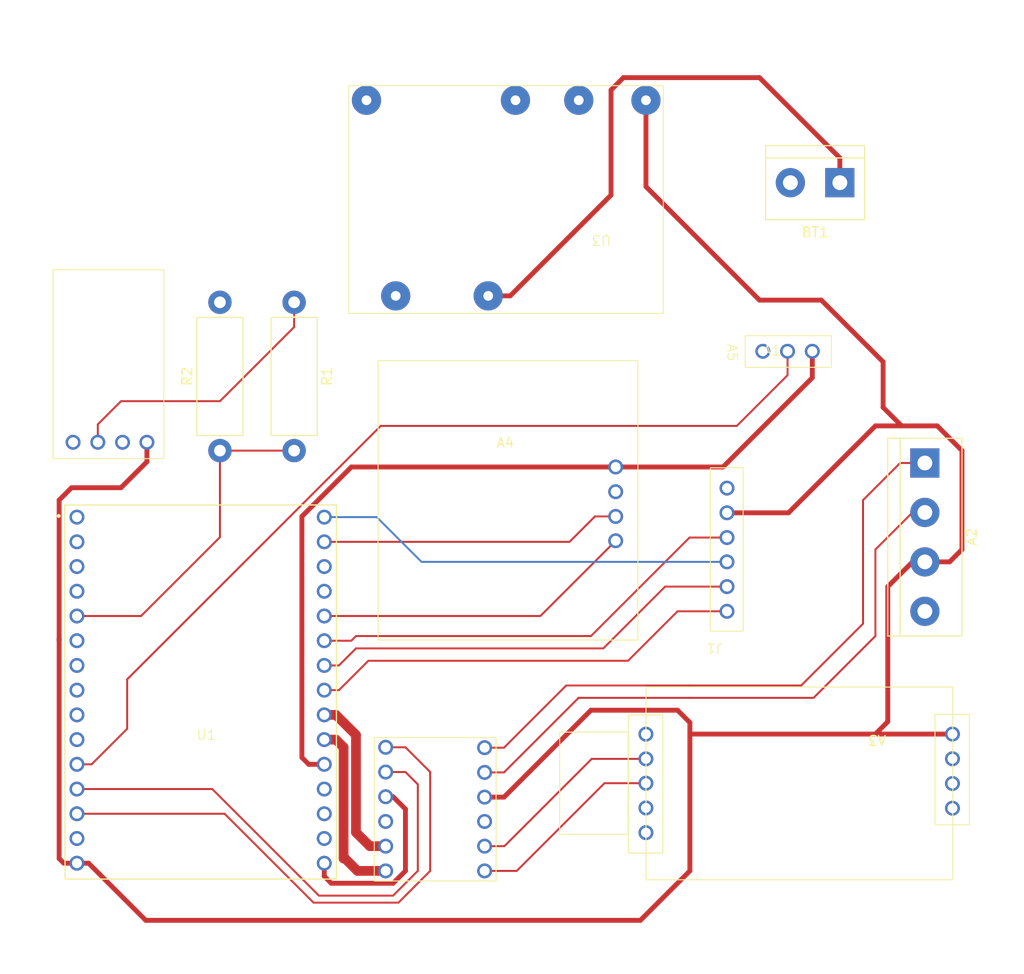
<source format=kicad_pcb>
(kicad_pcb (version 20240108) (generator "pcbnew") (generator_version "8.0")
  (layers (0 "F.Cu" signal) (31 "B.Cu" signal) (34 "B.Paste" user) (35 "F.Paste" user) (36 "B.SilkS" user "B.Silkscreen") (37 "F.SilkS" user "F.Silkscreen") (38 "B.Mask" user) (39 "F.Mask" user) (44 "Edge.Cuts" user))
  (net 0 "")
  (net 2 "SD_MOSI")
  (net 4 "DHT_22")
  (net 7 "TX2_5V")
  (net 9 "SDA")
  (net 10 "SD_SS")
  (net 11 "3.3V")
  (net 14 "TX0_5V")
  (net 15 "Net-(BT1-+)")
  (net 16 "RX2_5V")
  (net 17 "GND")
  (net 18 "SD_MISO")
  (net 19 "SD_CLK")
  (net 20 "SCK")
  (net 22 "RX0_5V")
  (net 25 "5V")
  (net 28 "AO_MQ_135")
  (net 30 "Net-(A1-DO)")
  (net 31 "RX0_3V")
  (net 32 "TX0_3V")
  (net 33 "TX2_3V")
  (net 34 "RX2_3V")
  (footprint "footprint_project:MQ_135" (layer "F.Cu") (at 180.565 95.25 90)
    (property "Reference" "A1" (at 9.41 68.355 0) (layer "F.SilkS") (effects (font (thickness 0.1))))
    (property "Value" "~")
    (fp_rect (start -1.68 -5.46) (end 17.72 5.92) (stroke (width 0.1)) (fill none) (layer "F.SilkS"))
    (pad "1" thru_hole circle (at 0 4.18 90) (size 1.53 1.53) (drill 1.02) (layers "*.Cu" "*.Mask") (net 25 "5V"))
    (pad "2" thru_hole circle (at 0 -3.4 90) (size 1.53 1.53) (drill 1.02) (layers "*.Cu" "*.Mask") (net 17 "GND"))
    (pad "3" thru_hole circle (at 0 -0.86 90) (size 1.53 1.53) (drill 1.02) (layers "*.Cu" "*.Mask") (net 30 "Net-(A1-DO)"))
    (pad "4" thru_hole circle (at 0 1.68 90) (size 1.53 1.53) (drill 1.02) (layers "*.Cu" "*.Mask"))
  )
  (footprint "TerminalBlock:TerminalBlock_bornier-4_P5.08mm" (layer "F.Cu") (at 264.635 97.38 -90)
    (property "Reference" "A2" (at 7.6 -4.8 90) (layer "F.SilkS"))
    (property "Value" "~")
    (fp_line (start -2.54 3.81) (end 17.78 3.81) (stroke (width 0.12)) (layer "F.SilkS"))
    (fp_line (start 17.78 3.81) (end 17.78 -3.81) (stroke (width 0.12)) (layer "F.SilkS"))
    (fp_line (start 17.78 2.54) (end -2.54 2.54) (stroke (width 0.12)) (layer "F.SilkS"))
    (fp_line (start -2.54 -3.81) (end -2.54 3.81) (stroke (width 0.12)) (layer "F.SilkS"))
    (fp_line (start -2.54 -3.81) (end 17.78 -3.81) (stroke (width 0.12)) (layer "F.SilkS"))
    (pad "1" thru_hole rect (at 0 0 270) (size 3 3) (drill 1.52) (layers "*.Cu" "*.Mask") (net 14 "TX0_5V"))
    (pad "2" thru_hole circle (at 5.08 0 270) (size 3 3) (drill 1.52) (layers "*.Cu" "*.Mask") (net 22 "RX0_5V"))
    (pad "3" thru_hole circle (at 10.16 0 270) (size 3 3) (drill 1.52) (layers "*.Cu" "*.Mask") (net 25 "5V"))
    (pad "4" thru_hole circle (at 15.24 0 270) (size 3 3) (drill 1.52) (layers "*.Cu" "*.Mask") (net 17 "GND"))
  )
  (footprint "footprint_project:ESP32_DEVKIT1" (layer "F.Cu") (at 191.035 118.01)
    (property "Reference" "U1" (at -0.195 7.32 0) (layer "F.SilkS") (effects (font (thickness 0.1))))
    (property "Value" "DOIT-ESP32-DEVKIT-V1")
    (fp_line (start -14.725 -16.32) (end -14.695 22.12) (stroke (width 0.127)) (layer "F.SilkS"))
    (fp_line (start -14.695 22.12) (end -4.815 22.12) (stroke (width 0.127)) (layer "F.SilkS"))
    (fp_line (start -4.845 22.12) (end 3.285 22.12) (stroke (width 0.127)) (layer "F.SilkS"))
    (fp_line (start 3.285 22.12) (end 13.175 22.12) (stroke (width 0.127)) (layer "F.SilkS"))
    (fp_line (start 13.175 -16.32) (end -14.725 -16.32) (stroke (width 0.127)) (layer "F.SilkS"))
    (fp_line (start 13.175 22.12) (end 13.175 -16.32) (stroke (width 0.127)) (layer "F.SilkS"))
    (fp_circle (center -15.345 -15.19) (end -15.245 -15.19) (stroke (width 0.2)) (fill none) (layer "F.SilkS"))
    (pad "1" thru_hole circle (at -13.475 -15.07) (size 1.53 1.53) (drill 1.02) (layers "*.Cu" "*.Mask"))
    (pad "2" thru_hole circle (at -13.475 -12.53) (size 1.53 1.53) (drill 1.02) (layers "*.Cu" "*.Mask"))
    (pad "3" thru_hole circle (at -13.475 -9.99) (size 1.53 1.53) (drill 1.02) (layers "*.Cu" "*.Mask"))
    (pad "4" thru_hole circle (at -13.475 -7.45) (size 1.53 1.53) (drill 1.02) (layers "*.Cu" "*.Mask"))
    (pad "5" thru_hole circle (at -13.475 -4.91) (size 1.53 1.53) (drill 1.02) (layers "*.Cu" "*.Mask") (net 28 "AO_MQ_135"))
    (pad "6" thru_hole circle (at -13.475 -2.37) (size 1.53 1.53) (drill 1.02) (layers "*.Cu" "*.Mask"))
    (pad "7" thru_hole circle (at -13.475 0.17) (size 1.53 1.53) (drill 1.02) (layers "*.Cu" "*.Mask"))
    (pad "8" thru_hole circle (at -13.475 2.71) (size 1.53 1.53) (drill 1.02) (layers "*.Cu" "*.Mask"))
    (pad "9" thru_hole circle (at -13.475 5.25) (size 1.53 1.53) (drill 1.02) (layers "*.Cu" "*.Mask"))
    (pad "10" thru_hole circle (at -13.475 7.79) (size 1.53 1.53) (drill 1.02) (layers "*.Cu" "*.Mask"))
    (pad "11" thru_hole circle (at -13.475 10.33) (size 1.53 1.53) (drill 1.02) (layers "*.Cu" "*.Mask") (net 4 "DHT_22"))
    (pad "12" thru_hole circle (at -13.475 12.87) (size 1.53 1.53) (drill 1.02) (layers "*.Cu" "*.Mask") (net 31 "RX0_3V"))
    (pad "13" thru_hole circle (at -13.475 15.41) (size 1.53 1.53) (drill 1.02) (layers "*.Cu" "*.Mask") (net 32 "TX0_3V"))
    (pad "14" thru_hole circle (at -13.475 17.95) (size 1.53 1.53) (drill 1.02) (layers "*.Cu" "*.Mask") (net 17 "GND"))
    (pad "15" thru_hole circle (at -13.475 20.49) (size 1.53 1.53) (drill 1.02) (layers "*.Cu" "*.Mask") (net 25 "5V"))
    (pad "16" thru_hole circle (at 11.925 20.49) (size 1.53 1.53) (drill 1.02) (layers "*.Cu" "*.Mask") (net 11 "3.3V"))
    (pad "17" thru_hole circle (at 11.925 17.95) (size 1.53 1.53) (drill 1.02) (layers "*.Cu" "*.Mask"))
    (pad "18" thru_hole circle (at 11.925 15.41) (size 1.53 1.53) (drill 1.02) (layers "*.Cu" "*.Mask"))
    (pad "19" thru_hole circle (at 11.925 12.87) (size 1.53 1.53) (drill 1.02) (layers "*.Cu" "*.Mask"))
    (pad "20" thru_hole circle (at 11.925 10.33) (size 1.53 1.53) (drill 1.02) (layers "*.Cu" "*.Mask") (net 11 "3.3V"))
    (pad "21" thru_hole circle (at 11.925 7.79) (size 1.53 1.53) (drill 1.02) (layers "*.Cu" "*.Mask") (net 34 "RX2_3V"))
    (pad "22" thru_hole circle (at 11.925 5.25) (size 1.53 1.53) (drill 1.02) (layers "*.Cu" "*.Mask") (net 33 "TX2_3V"))
    (pad "23" thru_hole circle (at 11.925 2.71) (size 1.53 1.53) (drill 1.02) (layers "*.Cu" "*.Mask") (net 10 "SD_SS"))
    (pad "24" thru_hole circle (at 11.925 0.17) (size 1.53 1.53) (drill 1.02) (layers "*.Cu" "*.Mask") (net 19 "SD_CLK"))
    (pad "25" thru_hole circle (at 11.925 -2.37) (size 1.53 1.53) (drill 1.02) (layers "*.Cu" "*.Mask") (net 18 "SD_MISO"))
    (pad "26" thru_hole circle (at 11.925 -4.91) (size 1.53 1.53) (drill 1.02) (layers "*.Cu" "*.Mask") (net 9 "SDA"))
    (pad "27" thru_hole circle (at 11.925 -7.45) (size 1.53 1.53) (drill 1.02) (layers "*.Cu" "*.Mask"))
    (pad "28" thru_hole circle (at 11.925 -9.99) (size 1.53 1.53) (drill 1.02) (layers "*.Cu" "*.Mask"))
    (pad "29" thru_hole circle (at 11.925 -12.53) (size 1.53 1.53) (drill 1.02) (layers "*.Cu" "*.Mask") (net 20 "SCK"))
    (pad "30" thru_hole circle (at 11.925 -15.07) (size 1.53 1.53) (drill 1.02) (layers "*.Cu" "*.Mask") (net 2 "SD_MOSI"))
  )
  (footprint "footprint_project:OLED_128064" (layer "F.Cu") (at 232.825 101.29)
    (property "Reference" "A4" (hide yes))
    (property "Value" "~")
    (fp_rect (start -24.34 -14.42) (end 2.34 14.28) (stroke (width 0.1)) (fill none) (layer "F.SilkS"))
    (fp_text user "${REFERENCE}" (at -11.27 -6 0) (layer "F.SilkS"))
    (pad "1" thru_hole circle (at 0.06 4.08) (size 1.53 1.53) (drill 1.02) (layers "*.Cu" "*.Mask") (net 9 "SDA"))
    (pad "2" thru_hole circle (at 0.06 1.58) (size 1.53 1.53) (drill 1.02) (layers "*.Cu" "*.Mask" "Eco2.User") (net 20 "SCK"))
    (pad "3" thru_hole circle (at 0.06 -3.5) (size 1.53 1.53) (drill 1.02) (layers "*.Cu" "*.Mask") (net 11 "3.3V"))
    (pad "4" thru_hole circle (at 0.06 -0.96) (size 1.53 1.53) (drill 1.02) (layers "*.Cu" "*.Mask" "Eco2.User") (net 17 "GND"))
  )
  (footprint "Resistor_THT:R_Axial_DIN0414_L11.9mm_D4.5mm_P15.24mm_Horizontal" (layer "F.Cu") (at 199.865 80.87 -90)
    (property "Reference" "R1" (at 7.62 -3.37 90) (layer "F.SilkS"))
    (property "Value" "2K")
    (fp_line (start 1.55 2.37) (end 13.69 2.37) (stroke (width 0.12)) (layer "F.SilkS"))
    (fp_line (start 13.69 2.37) (end 13.69 -2.37) (stroke (width 0.12)) (layer "F.SilkS"))
    (fp_line (start 1.44 0) (end 1.55 0) (stroke (width 0.12)) (layer "F.SilkS"))
    (fp_line (start 13.8 0) (end 13.69 0) (stroke (width 0.12)) (layer "F.SilkS"))
    (fp_line (start 1.55 -2.37) (end 1.55 2.37) (stroke (width 0.12)) (layer "F.SilkS"))
    (fp_line (start 13.69 -2.37) (end 1.55 -2.37) (stroke (width 0.12)) (layer "F.SilkS"))
    (pad "1" thru_hole circle (at 0 0 270) (size 2.4 2.4) (drill 1.2) (layers "*.Cu" "*.Mask") (net 30 "Net-(A1-DO)"))
    (pad "2" thru_hole oval (at 15.24 0 270) (size 2.4 2.4) (drill 1.2) (layers "*.Cu" "*.Mask") (net 28 "AO_MQ_135"))
  )
  (footprint "footprint_project:microSD" (layer "F.Cu") (at 244.315 108.7 180)
    (property "Reference" "J1" (at 1.27 -7.73 180) (layer "F.SilkS") (effects (font (thickness 0.1))))
    (property "Value" "Micro_SD_Card")
    (fp_rect (start -1.66 -5.96) (end 1.71 10.83) (stroke (width 0.1)) (fill none) (layer "F.SilkS"))
    (pad "1" thru_hole circle (at 0 6.2 180) (size 1.53 1.53) (drill 1.02) (layers "*.Cu" "*.Mask") (net 25 "5V"))
    (pad "2" thru_hole circle (at 0 -3.92 180) (size 1.53 1.53) (drill 1.02) (layers "*.Cu" "*.Mask") (net 10 "SD_SS"))
    (pad "3" thru_hole circle (at 0 1.16 180) (size 1.53 1.53) (drill 1.02) (layers "*.Cu" "*.Mask") (net 2 "SD_MOSI"))
    (pad "4" thru_hole circle (at 0 -1.38 180) (size 1.53 1.53) (drill 1.02) (layers "*.Cu" "*.Mask") (net 19 "SD_CLK"))
    (pad "5" thru_hole circle (at 0 3.66 180) (size 1.53 1.53) (drill 1.02) (layers "*.Cu" "*.Mask") (net 18 "SD_MISO"))
    (pad "6" thru_hole circle (at 0 8.74 180) (size 1.53 1.53) (drill 1.02) (layers "*.Cu" "*.Mask") (net 17 "GND"))
  )
  (footprint "Resistor_THT:R_Axial_DIN0414_L11.9mm_D4.5mm_P15.24mm_Horizontal" (layer "F.Cu") (at 192.245 96.11 90)
    (property "Reference" "R2" (at 7.62 -3.37 90) (layer "F.SilkS"))
    (property "Value" "1K")
    (fp_line (start 13.69 -2.37) (end 1.55 -2.37) (stroke (width 0.12)) (layer "F.SilkS"))
    (fp_line (start 1.55 -2.37) (end 1.55 2.37) (stroke (width 0.12)) (layer "F.SilkS"))
    (fp_line (start 13.8 0) (end 13.69 0) (stroke (width 0.12)) (layer "F.SilkS"))
    (fp_line (start 1.44 0) (end 1.55 0) (stroke (width 0.12)) (layer "F.SilkS"))
    (fp_line (start 13.69 2.37) (end 13.69 -2.37) (stroke (width 0.12)) (layer "F.SilkS"))
    (fp_line (start 1.55 2.37) (end 13.69 2.37) (stroke (width 0.12)) (layer "F.SilkS"))
    (pad "1" thru_hole circle (at 0 0 90) (size 2.4 2.4) (drill 1.2) (layers "*.Cu" "*.Mask") (net 28 "AO_MQ_135"))
    (pad "2" thru_hole oval (at 15.24 0 90) (size 2.4 2.4) (drill 1.2) (layers "*.Cu" "*.Mask") (net 17 "GND"))
  )
  (footprint "footprint_project:USB_TP4056" (layer "F.Cu") (at 238.825 82.16 180)
    (property "Reference" "U3" (at 7.41 7.69 180) (layer "F.SilkS") (effects (font (thickness 0.1))))
    (property "Value" "~")
    (fp_rect (start 1.05 0.15) (end 33.35 23.55) (stroke (width 0.1)) (fill none) (layer "F.SilkS"))
    (pad "1" thru_hole circle (at 2.83 22.05 180) (size 3 3) (drill 1) (layers "*.Cu" "*.Mask") (net 25 "5V"))
    (pad "2" thru_hole circle (at 9.73 22.05 180) (size 3 3) (drill 1) (layers "*.Cu" "*.Mask") (net 17 "GND"))
    (pad "3" thru_hole circle (at 16.23 22.05 180) (size 3 3) (drill 1) (layers "*.Cu" "*.Mask"))
    (pad "4" thru_hole circle (at 31.53 22.05 180) (size 3 3) (drill 1) (layers "*.Cu" "*.Mask"))
    (pad "5" thru_hole circle (at 19.03 1.95 180) (size 3 3) (drill 1) (layers "*.Cu" "*.Mask") (net 15 "Net-(BT1-+)"))
    (pad "6" thru_hole circle (at 28.53 1.95 180) (size 3 3) (drill 1) (layers "*.Cu" "*.Mask") (net 17 "GND"))
  )
  (footprint "footprint_project:MH_Z19B" (layer "F.Cu") (at 252.97 129.59 180)
    (property "Reference" "A3" (hide yes))
    (property "Value" "~")
    (fp_rect (start 18.805 -5.94) (end 25.835 4.56) (stroke (width 0.1)) (fill none) (layer "F.SilkS"))
    (fp_rect (start 15.24 -7.87) (end 18.78 6.31) (stroke (width 0.1)) (fill none) (layer "F.SilkS"))
    (fp_rect (start -14.53 -10.61) (end 16.97 9.19) (stroke (width 0.1)) (fill none) (layer "F.SilkS"))
    (fp_rect (start -16.24 -4.97) (end -12.7 6.39) (stroke (width 0.1)) (fill none) (layer "F.SilkS"))
    (fp_text user "${REFERENCE}" (at -6.76 3.75 180) (layer "F.SilkS"))
    (pad "" thru_hole circle (at -14.5 -3.26 180) (size 1.53 1.53) (drill 1.02) (layers "*.Cu" "*.Mask"))
    (pad "" thru_hole circle (at -14.5 -0.72 180) (size 1.53 1.53) (drill 1.02) (layers "*.Cu" "*.Mask"))
    (pad "" thru_hole circle (at 16.98 -5.77 180) (size 1.53 1.53) (drill 1.02) (layers "*.Cu" "*.Mask"))
    (pad "" thru_hole circle (at 16.98 -3.23 180) (size 1.53 1.53) (drill 1.02) (layers "*.Cu" "*.Mask"))
    (pad "" thru_hole circle (at 16.98 4.35 180) (size 1.53 1.53) (drill 1.02) (layers "*.Cu" "*.Mask"))
    (pad "1" thru_hole circle (at 16.98 1.81 180) (size 1.53 1.53) (drill 1.02) (layers "*.Cu" "*.Mask") (net 7 "TX2_5V"))
    (pad "2" thru_hole circle (at 16.98 -0.69 180) (size 1.53 1.53) (drill 1.02) (layers "*.Cu" "*.Mask") (net 16 "RX2_5V"))
    (pad "3" thru_hole circle (at -14.5 4.36 180) (size 1.53 1.53) (drill 1.02) (layers "*.Cu" "*.Mask") (net 25 "5V"))
    (pad "4" thru_hole circle (at -14.5 1.82 180) (size 1.53 1.53) (drill 1.02) (layers "*.Cu" "*.Mask") (net 17 "GND"))
  )
  (footprint "footprint_project:conv_niv_log" (layer "F.Cu") (at 213.835 132.79 180)
    (property "Reference" "U2" (hide yes))
    (property "Value" "~" (hide yes))
    (fp_rect (start -6.77 -7.53) (end 5.74 7.2) (stroke (width 0.1)) (fill none) (layer "F.SilkS"))
    (pad "" thru_hole circle (at 4.57 -1.42 180) (size 1.53 1.53) (drill 1.02) (layers "*.Cu" "*.Mask"))
    (pad "1" thru_hole circle (at -5.59 1.08 180) (size 1.53 1.53) (drill 1.02) (layers "*.Cu" "*.Mask") (net 25 "5V"))
    (pad "2" thru_hole circle (at -5.59 6.16 180) (size 1.53 1.53) (drill 1.02) (layers "*.Cu" "*.Mask") (net 14 "TX0_5V"))
    (pad "3" thru_hole circle (at -5.59 3.62 180) (size 1.53 1.53) (drill 1.02) (layers "*.Cu" "*.Mask") (net 22 "RX0_5V"))
    (pad "4" thru_hole circle (at -5.59 -3.96 180) (size 1.53 1.53) (drill 1.02) (layers "*.Cu" "*.Mask") (net 7 "TX2_5V"))
    (pad "5" thru_hole circle (at -5.59 -6.5 180) (size 1.53 1.53) (drill 1.02) (layers "*.Cu" "*.Mask") (net 16 "RX2_5V"))
    (pad "7" thru_hole circle (at -5.59 -1.42 180) (size 1.53 1.53) (drill 1.02) (layers "*.Cu" "*.Mask") (net 17 "GND"))
    (pad "10" thru_hole circle (at 4.57 -6.5 180) (size 1.53 1.53) (drill 1.02) (layers "*.Cu" "*.Mask") (net 34 "RX2_3V"))
    (pad "11" thru_hole circle (at 4.57 -3.96 180) (size 1.53 1.53) (drill 1.02) (layers "*.Cu" "*.Mask") (net 33 "TX2_3V"))
    (pad "12" thru_hole circle (at 4.57 3.66 180) (size 1.53 1.53) (drill 1.02) (layers "*.Cu" "*.Mask") (net 31 "RX0_3V"))
    (pad "13" thru_hole circle (at 4.57 6.2 180) (size 1.53 1.53) (drill 1.02) (layers "*.Cu" "*.Mask") (net 32 "TX0_3V"))
    (pad "14" thru_hole circle (at 4.57 1.12 180) (size 1.53 1.53) (drill 1.02) (layers "*.Cu" "*.Mask") (net 11 "3.3V"))
  )
  (footprint "footprint_project:DHT22" (layer "F.Cu") (at 250.575 85.99 -90)
    (property "Reference" "A5" (at 0.05 5.71 -90) (layer "F.SilkS") (effects (font (thickness 0.1))))
    (property "Value" "~")
    (fp_rect (start -1.69 -4.46) (end 1.56 4.39) (stroke (width 0.1)) (fill none) (layer "F.SilkS"))
    (pad "1" thru_hole circle (at -0.09 -2.5 270) (size 1.53 1.53) (drill 1.02) (layers "*.Cu" "*.Mask") (net 11 "3.3V"))
    (pad "2" thru_hole circle (at -0.09 0.04 270) (size 1.53 1.53) (drill 1.02) (layers "*.Cu" "*.Mask") (net 4 "DHT_22"))
    (pad "3" thru_hole circle (at -0.09 2.58 270) (size 1.53 1.53) (drill 1.02) (layers "*.Cu" "*.Mask" "Eco2.User") (net 17 "GND"))
  )
  (footprint "TerminalBlock:TerminalBlock_bornier-2_P5.08mm" (layer "F.Cu") (at 255.905 68.58 180)
    (property "Reference" "BT1" (at 2.54 -5.08 360) (layer "F.SilkS"))
    (property "Value" "Battery_Cell")
    (fp_line (start 7.62 3.81) (end 7.62 -3.81) (stroke (width 0.12)) (layer "F.SilkS"))
    (fp_line (start 7.62 2.54) (end -2.54 2.54) (stroke (width 0.12)) (layer "F.SilkS"))
    (fp_line (start 7.62 -3.81) (end -2.54 -3.81) (stroke (width 0.12)) (layer "F.SilkS"))
    (fp_line (start -2.54 3.81) (end 7.62 3.81) (stroke (width 0.12)) (layer "F.SilkS"))
    (fp_line (start -2.54 -3.81) (end -2.54 3.81) (stroke (width 0.12)) (layer "F.SilkS"))
    (pad "1" thru_hole rect (at 0 0 180) (size 3 3) (drill 1.52) (layers "*.Cu" "*.Mask") (net 15 "Net-(BT1-+)"))
    (pad "2" thru_hole circle (at 5.08 0 180) (size 3 3) (drill 1.52) (layers "*.Cu" "*.Mask") (net 17 "GND"))
  )
  (segment (start 208.35 102.94) (end 202.96 102.94) (width 0.2) (layer "B.Cu") (net 2))
  (segment (start 244.315 107.54) (end 212.95 107.54) (width 0.2) (layer "B.Cu") (net 2))
  (segment (start 212.95 107.54) (end 208.35 102.94) (width 0.2) (layer "B.Cu") (net 2))
  (segment (start 245.325 93.57) (end 208.755 93.57) (width 0.2) (layer "F.Cu") (net 4))
  (segment (start 250.535 88.36) (end 245.325 93.57) (width 0.2) (layer "F.Cu") (net 4))
  (segment (start 177.56 128.34) (end 179.065 128.34) (width 0.2) (layer "F.Cu") (net 4))
  (segment (start 179.065 128.34) (end 182.72 124.685) (width 0.2) (layer "F.Cu") (net 4))
  (segment (start 250.535 85.9) (end 250.535 88.36) (width 0.2) (layer "F.Cu") (net 4))
  (segment (start 208.755 93.57) (end 182.72 119.605) (width 0.2) (layer "F.Cu") (net 4))
  (segment (start 182.72 124.685) (end 182.72 119.605) (width 0.2) (layer "F.Cu") (net 4))
  (segment (start 219.425 136.75) (end 221.455 136.75) (width 0.2) (layer "F.Cu") (net 7))
  (segment (start 230.425 127.78) (end 235.99 127.78) (width 0.2) (layer "F.Cu") (net 7))
  (segment (start 221.455 136.75) (end 230.425 127.78) (width 0.2) (layer "F.Cu") (net 7))
  (segment (start 225.155 113.1) (end 202.96 113.1) (width 0.2) (layer "F.Cu") (net 9))
  (segment (start 232.885 105.37) (end 225.155 113.1) (width 0.2) (layer "F.Cu") (net 9))
  (segment (start 204.465 120.72) (end 202.96 120.72) (width 0.2) (layer "F.Cu") (net 10))
  (segment (start 244.315 112.62) (end 239.235 112.62) (width 0.2) (layer "F.Cu") (net 10))
  (segment (start 234.155 117.7) (end 207.485 117.7) (width 0.2) (layer "F.Cu") (net 10))
  (segment (start 207.485 117.7) (end 204.465 120.72) (width 0.2) (layer "F.Cu") (net 10))
  (segment (start 239.235 112.62) (end 234.155 117.7) (width 0.2) (layer "F.Cu") (net 10))
  (segment (start 205.74 97.79) (end 200.66 102.87) (width 0.5) (layer "F.Cu") (net 11))
  (segment (start 232.885 97.79) (end 205.74 97.79) (width 0.5) (layer "F.Cu") (net 11))
  (segment (start 253.075 85.9) (end 253.075 88.62) (width 0.5) (layer "F.Cu") (net 11))
  (segment (start 211.295 132.94) (end 211.295 139.29) (width 0.5) (layer "F.Cu") (net 11))
  (segment (start 203.675 140.56) (end 202.96 139.845) (width 0.5) (layer "F.Cu") (net 11))
  (segment (start 210.025 140.56) (end 203.675 140.56) (width 0.5) (layer "F.Cu") (net 11))
  (segment (start 253.075 88.62) (end 243.905 97.79) (width 0.5) (layer "F.Cu") (net 11))
  (segment (start 209.265 131.67) (end 210.025 131.67) (width 0.5) (layer "F.Cu") (net 11))
  (segment (start 202.96 139.845) (end 202.96 138.5) (width 0.5) (layer "F.Cu") (net 11))
  (segment (start 201.365 128.34) (end 202.96 128.34) (width 0.5) (layer "F.Cu") (net 11))
  (segment (start 200.66 102.87) (end 200.66 127.635) (width 0.5) (layer "F.Cu") (net 11))
  (segment (start 211.295 139.29) (end 210.025 140.56) (width 0.5) (layer "F.Cu") (net 11))
  (segment (start 243.905 97.79) (end 232.885 97.79) (width 0.5) (layer "F.Cu") (net 11))
  (segment (start 210.025 131.67) (end 211.295 132.94) (width 0.5) (layer "F.Cu") (net 11))
  (segment (start 200.66 127.635) (end 201.365 128.34) (width 0.5) (layer "F.Cu") (net 11))
  (segment (start 227.805 120.24) (end 221.415 126.63) (width 0.2) (layer "F.Cu") (net 14))
  (segment (start 264.635 97.38) (end 262.095 97.38) (width 0.2) (layer "F.Cu") (net 14))
  (segment (start 251.935 120.24) (end 240.505 120.24) (width 0.2) (layer "F.Cu") (net 14))
  (segment (start 240.505 120.24) (end 227.805 120.24) (width 0.2) (layer "F.Cu") (net 14))
  (segment (start 258.285 101.19) (end 258.285 113.89) (width 0.2) (layer "F.Cu") (net 14))
  (segment (start 221.415 126.63) (end 219.425 126.63) (width 0.2) (layer "F.Cu") (net 14))
  (segment (start 258.285 113.89) (end 251.935 120.24) (width 0.2) (layer "F.Cu") (net 14))
  (segment (start 262.095 97.38) (end 258.285 101.19) (width 0.2) (layer "F.Cu") (net 14))
  (segment (start 255.905 66.04) (end 247.65 57.785) (width 0.5) (layer "F.Cu") (net 15))
  (segment (start 255.905 68.58) (end 255.905 66.04) (width 0.5) (layer "F.Cu") (net 15))
  (segment (start 247.65 57.785) (end 233.68 57.785) (width 0.5) (layer "F.Cu") (net 15))
  (segment (start 232.41 59.055) (end 232.41 69.85) (width 0.5) (layer "F.Cu") (net 15))
  (segment (start 233.68 57.785) (end 232.41 59.055) (width 0.5) (layer "F.Cu") (net 15))
  (segment (start 222.05 80.21) (end 219.795 80.21) (width 0.5) (layer "F.Cu") (net 15))
  (segment (start 232.41 69.85) (end 222.05 80.21) (width 0.5) (layer "F.Cu") (net 15))
  (segment (start 219.425 139.29) (end 222.725 139.29) (width 0.2) (layer "F.Cu") (net 16))
  (segment (start 231.735 130.28) (end 235.99 130.28) (width 0.2) (layer "F.Cu") (net 16))
  (segment (start 222.725 139.29) (end 231.735 130.28) (width 0.2) (layer "F.Cu") (net 16))
  (segment (start 206.215 115.16) (end 205.735 115.64) (width 0.2) (layer "F.Cu") (net 18))
  (segment (start 205.735 115.64) (end 202.96 115.64) (width 0.2) (layer "F.Cu") (net 18))
  (segment (start 240.465 105.04) (end 230.345 115.16) (width 0.2) (layer "F.Cu") (net 18))
  (segment (start 244.315 105.04) (end 240.465 105.04) (width 0.2) (layer "F.Cu") (net 18))
  (segment (start 230.345 115.16) (end 206.215 115.16) (width 0.2) (layer "F.Cu") (net 18))
  (segment (start 237.965 110.08) (end 231.615 116.43) (width 0.2) (layer "F.Cu") (net 19))
  (segment (start 204.465 118.18) (end 202.96 118.18) (width 0.2) (layer "F.Cu") (net 19))
  (segment (start 231.615 116.43) (end 206.215 116.43) (width 0.2) (layer "F.Cu") (net 19))
  (segment (start 244.315 110.08) (end 237.965 110.08) (width 0.2) (layer "F.Cu") (net 19))
  (segment (start 206.215 116.43) (end 204.465 118.18) (width 0.2) (layer "F.Cu") (net 19))
  (segment (start 232.885 102.87) (end 230.755 102.87) (width 0.2) (layer "F.Cu") (net 20))
  (segment (start 228.145 105.48) (end 202.96 105.48) (width 0.2) (layer "F.Cu") (net 20))
  (segment (start 230.755 102.87) (end 228.145 105.48) (width 0.2) (layer "F.Cu") (net 20))
  (segment (start 263.365 102.46) (end 259.555 106.27) (width 0.2) (layer "F.Cu") (net 22))
  (segment (start 229.075 121.51) (end 221.415 129.17) (width 0.2) (layer "F.Cu") (net 22))
  (segment (start 221.415 129.17) (end 219.425 129.17) (width 0.2) (layer "F.Cu") (net 22))
  (segment (start 259.555 115.16) (end 253.205 121.51) (width 0.2) (layer "F.Cu") (net 22))
  (segment (start 253.205 121.51) (end 240.505 121.51) (width 0.2) (layer "F.Cu") (net 22))
  (segment (start 259.555 106.27) (end 259.555 115.16) (width 0.2) (layer "F.Cu") (net 22))
  (segment (start 240.505 121.51) (end 229.075 121.51) (width 0.2) (layer "F.Cu") (net 22))
  (segment (start 264.635 102.46) (end 263.365 102.46) (width 0.2) (layer "F.Cu") (net 22))
  (segment (start 175.735 115.57) (end 175.735 138.02) (width 0.5) (layer "F.Cu") (net 25))
  (segment (start 254 80.645) (end 260.35 86.995) (width 0.5) (layer "F.Cu") (net 25))
  (segment (start 260.825 123.96) (end 259.555 125.23) (width 0.5) (layer "F.Cu") (net 25))
  (segment (start 175.735 115.41) (end 175.735 115.57) (width 0.5) (layer "F.Cu") (net 25))
  (segment (start 221.415 131.71) (end 230.345 122.78) (width 0.5) (layer "F.Cu") (net 25))
  (segment (start 250.625 102.5) (end 244.315 102.5) (width 0.5) (layer "F.Cu") (net 25))
  (segment (start 240.505 139.29) (end 235.425 144.37) (width 0.5) (layer "F.Cu") (net 25))
  (segment (start 268.445 106.27) (end 268.445 96.11) (width 0.5) (layer "F.Cu") (net 25))
  (segment (start 267.175 107.54) (end 268.445 106.27) (width 0.5) (layer "F.Cu") (net 25))
  (segment (start 240.595 125.23) (end 240.505 125.32) (width 0.2) (layer "F.Cu") (net 25))
  (segment (start 239.235 122.78) (end 240.505 124.05) (width 0.5) (layer "F.Cu") (net 25))
  (segment (start 264.635 107.54) (end 263.365 107.54) (width 0.2) (layer "F.Cu") (net 25))
  (segment (start 177.005 99.92) (end 175.735 101.19) (width 0.5) (layer "F.Cu") (net 25))
  (segment (start 219.425 131.71) (end 221.415 131.71) (width 0.5) (layer "F.Cu") (net 25))
  (segment (start 240.505 125.32) (end 240.505 139.29) (width 0.5) (layer "F.Cu") (net 25))
  (segment (start 268.445 96.11) (end 265.905 93.57) (width 0.5) (layer "F.Cu") (net 25))
  (segment (start 177.56 138.5) (end 178.755 138.5) (width 0.5) (layer "F.Cu") (net 25))
  (segment (start 235.425 144.37) (end 184.625 144.37) (width 0.5) (layer "F.Cu") (net 25))
  (segment (start 260.825 110.08) (end 260.825 123.96) (width 0.5) (layer "F.Cu") (net 25))
  (segment (start 230.345 122.78) (end 239.235 122.78) (width 0.5) (layer "F.Cu") (net 25))
  (segment (start 240.505 124.05) (end 240.505 125.32) (width 0.5) (layer "F.Cu") (net 25))
  (segment (start 264.635 107.54) (end 267.175 107.54) (width 0.5) (layer "F.Cu") (net 25))
  (segment (start 175.735 138.02) (end 176.215 138.5) (width 0.5) (layer "F.Cu") (net 25))
  (segment (start 178.755 138.5) (end 184.625 144.37) (width 0.5) (layer "F.Cu") (net 25))
  (segment (start 262.255 93.57) (end 259.555 93.57) (width 0.5) (layer "F.Cu") (net 25))
  (segment (start 267.47 125.23) (end 259.555 125.23) (width 0.5) (layer "F.Cu") (net 25))
  (segment (start 184.745 97.26) (end 182.085 99.92) (width 0.5) (layer "F.Cu") (net 25))
  (segment (start 182.085 99.92) (end 177.005 99.92) (width 0.5) (layer "F.Cu") (net 25))
  (segment (start 263.365 107.54) (end 260.825 110.08) (width 0.5) (layer "F.Cu") (net 25))
  (segment (start 235.995 60.11) (end 235.995 68.99) (width 0.5) (layer "F.Cu") (net 25))
  (segment (start 247.65 80.645) (end 254 80.645) (width 0.5) (layer "F.Cu") (net 25))
  (segment (start 176.215 138.5) (end 177.56 138.5) (width 0.5) (layer "F.Cu") (net 25))
  (segment (start 184.745 95.25) (end 184.745 97.26) (width 0.5) (layer "F.Cu") (net 25))
  (segment (start 259.555 93.57) (end 250.625 102.5) (width 0.5) (layer "F.Cu") (net 25))
  (segment (start 265.905 93.57) (end 262.255 93.57) (width 0.5) (layer "F.Cu") (net 25))
  (segment (start 175.735 101.19) (end 175.735 115.57) (width 0.5) (layer "F.Cu") (net 25))
  (segment (start 235.995 68.99) (end 247.65 80.645) (width 0.5) (layer "F.Cu") (net 25))
  (segment (start 260.35 91.665) (end 262.255 93.57) (width 0.5) (layer "F.Cu") (net 25))
  (segment (start 259.555 125.23) (end 240.595 125.23) (width 0.5) (layer "F.Cu") (net 25))
  (segment (start 260.35 86.995) (end 260.35 91.665) (width 0.5) (layer "F.Cu") (net 25))
  (segment (start 192.245 96.11) (end 199.865 96.11) (width 0.2) (layer "F.Cu") (net 28))
  (segment (start 192.245 105) (end 184.145 113.1) (width 0.2) (layer "F.Cu") (net 28))
  (segment (start 192.245 96.11) (end 192.245 105) (width 0.2) (layer "F.Cu") (net 28))
  (segment (start 184.145 113.1) (end 177.56 113.1) (width 0.2) (layer "F.Cu") (net 28))
  (segment (start 199.865 83.41) (end 192.245 91.03) (width 0.2) (layer "F.Cu") (net 30))
  (segment (start 179.705 93.41) (end 179.705 95.25) (width 0.2) (layer "F.Cu") (net 30))
  (segment (start 192.245 91.03) (end 182.085 91.03) (width 0.2) (layer "F.Cu") (net 30))
  (segment (start 199.865 80.87) (end 199.865 83.41) (width 0.2) (layer "F.Cu") (net 30))
  (segment (start 182.085 91.03) (end 179.705 93.41) (width 0.2) (layer "F.Cu") (net 30))
  (segment (start 210.025 141.83) (end 212.565 139.29) (width 0.2) (layer "F.Cu") (net 31))
  (segment (start 202.405 141.83) (end 210.025 141.83) (width 0.2) (layer "F.Cu") (net 31))
  (segment (start 212.565 139.29) (end 212.565 130.4) (width 0.2) (layer "F.Cu") (net 31))
  (segment (start 177.56 130.88) (end 191.455 130.88) (width 0.2) (layer "F.Cu") (net 31))
  (segment (start 212.565 130.4) (end 211.295 129.13) (width 0.2) (layer "F.Cu") (net 31))
  (segment (start 191.455 130.88) (end 202.405 141.83) (width 0.2) (layer "F.Cu") (net 31))
  (segment (start 211.295 129.13) (end 209.265 129.13) (width 0.2) (layer "F.Cu") (net 31))
  (segment (start 213.835 139.29) (end 210.575 142.55) (width 0.2) (layer "F.Cu") (net 32))
  (segment (start 209.265 126.59) (end 211.295 126.59) (width 0.2) (layer "F.Cu") (net 32))
  (segment (start 201.855 142.55) (end 192.725 133.42) (width 0.2) (layer "F.Cu") (net 32))
  (segment (start 210.575 142.55) (end 201.855 142.55) (width 0.2) (layer "F.Cu") (net 32))
  (segment (start 192.725 133.42) (end 177.56 133.42) (width 0.2) (layer "F.Cu") (net 32))
  (segment (start 211.295 126.59) (end 213.835 129.13) (width 0.2) (layer "F.Cu") (net 32))
  (segment (start 213.835 129.13) (end 213.835 139.29) (width 0.2) (layer "F.Cu") (net 32))
  (segment (start 206.215 135.33) (end 207.635 136.75) (width 1) (layer "F.Cu") (net 33))
  (segment (start 206.215 125.32) (end 206.215 135.33) (width 1) (layer "F.Cu") (net 33))
  (segment (start 202.96 123.26) (end 204.155 123.26) (width 1) (layer "F.Cu") (net 33))
  (segment (start 207.635 136.75) (end 209.265 136.75) (width 1) (layer "F.Cu") (net 33))
  (segment (start 204.155 123.26) (end 206.215 125.32) (width 1) (layer "F.Cu") (net 33))
  (segment (start 202.96 125.8) (end 204.155 125.8) (width 1) (layer "F.Cu") (net 34))
  (segment (start 206.365 139.29) (end 209.265 139.29) (width 1) (layer "F.Cu") (net 34))
  (segment (start 204.945 126.59) (end 204.945 138.02) (width 1) (layer "F.Cu") (net 34))
  (segment (start 205.095 138.02) (end 206.365 139.29) (width 1) (layer "F.Cu") (net 34))
  (segment (start 204.155 125.8) (end 204.945 126.59) (width 1) (layer "F.Cu") (net 34))
  (segment (start 204.945 138.02) (end 205.095 138.02) (width 1) (layer "F.Cu") (net 34))
)
</source>
